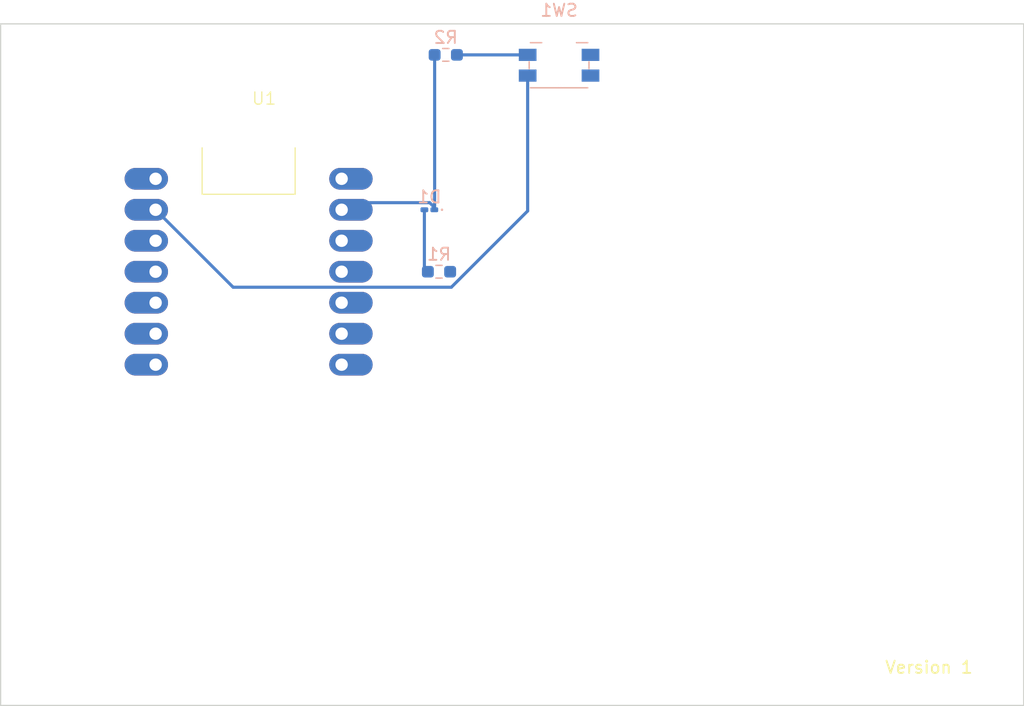
<source format=kicad_pcb>
(kicad_pcb (version 20221018) (generator pcbnew)
  (layers (0 "F.Cu" signal) (31 "B.Cu" signal) (34 "B.Paste" user) (35 "F.Paste" user) (36 "B.SilkS" user "B.Silkscreen") (37 "F.SilkS" user "F.Silkscreen") (38 "B.Mask" user) (39 "F.Mask" user) (44 "Edge.Cuts" user))
  (net 0 "")
  (net 1 "GND")
  (net 2 "Net-(D1-A)")
  (net 3 "Net-(U1-GPIO9_A10_D10_COPI)")
  (net 4 "Net-(SW1-A)")
  (net 5 "Net-(SW1-B)")
  (footprint "esp32_sense:XIAO_ESP32_SENSE" (layer "F.Cu") (at 73.66 53.34)
    (fp_text reference "U1" (at 1.27 -14.2 unlocked) (layer "F.SilkS") (effects (font (thickness 0.1))))
    (fp_text value "~")
    (fp_line (start -3.81 -10.16) (end -3.81 -6.35) (stroke (width 0.1)) (layer "F.SilkS"))
    (fp_line (start -3.81 -6.35) (end 3.81 -6.35) (stroke (width 0.1)) (layer "F.SilkS"))
    (fp_line (start 3.81 -6.35) (end 3.81 -10.16) (stroke (width 0.1)) (layer "F.SilkS"))
    (pad "1" thru_hole oval (at -7.62 -7.62) (size 3.556 1.778) (drill 1.016 (offset -0.762 0)) (layers "*.Cu" "*.Mask"))
    (pad "2" thru_hole oval (at -7.62 -5.08) (size 3.556 1.778) (drill 1.016 (offset -0.762 0)) (layers "*.Cu" "*.Mask") (net 5 "Net-(SW1-B)"))
    (pad "3" thru_hole oval (at -7.62 -2.54) (size 3.556 1.778) (drill 1.016 (offset -0.762 0)) (layers "*.Cu" "*.Mask"))
    (pad "4" thru_hole oval (at -7.62 0) (size 3.556 1.778) (drill 1.016 (offset -0.762 0)) (layers "*.Cu" "*.Mask"))
    (pad "5" thru_hole oval (at -7.62 2.54) (size 3.556 1.778) (drill 1.016 (offset -0.762 0)) (layers "*.Cu" "*.Mask"))
    (pad "6" thru_hole oval (at -7.62 5.08) (size 3.556 1.778) (drill 1.016 (offset -0.762 0)) (layers "*.Cu" "*.Mask"))
    (pad "7" thru_hole oval (at -7.62 7.62) (size 3.556 1.778) (drill 1.016 (offset -0.762 0)) (layers "*.Cu" "*.Mask"))
    (pad "8" thru_hole oval (at 7.62 -7.62) (size 3.556 1.778) (drill 1.016 (offset 0.762 0)) (layers "*.Cu" "*.Mask"))
    (pad "9" thru_hole oval (at 7.62 -5.08) (size 3.556 1.778) (drill 1.016 (offset 0.762 0)) (layers "*.Cu" "*.Mask") (net 1 "GND"))
    (pad "10" thru_hole oval (at 7.62 -2.54) (size 3.556 1.778) (drill 1.016 (offset 0.762 0)) (layers "*.Cu" "*.Mask"))
    (pad "11" thru_hole oval (at 7.62 0) (size 3.556 1.778) (drill 1.016 (offset 0.762 0)) (layers "*.Cu" "*.Mask") (net 3 "Net-(U1-GPIO9_A10_D10_COPI)"))
    (pad "12" thru_hole oval (at 7.62 2.54) (size 3.556 1.778) (drill 1.016 (offset 0.762 0)) (layers "*.Cu" "*.Mask"))
    (pad "13" thru_hole oval (at 7.62 5.08) (size 3.556 1.778) (drill 1.016 (offset 0.762 0)) (layers "*.Cu" "*.Mask"))
    (pad "14" thru_hole oval (at 7.62 7.62) (size 3.556 1.778) (drill 1.016 (offset 0.762 0)) (layers "*.Cu" "*.Mask"))
  )
  (footprint "Resistor_SMD:R_0603_1608Metric_Pad0.98x0.95mm_HandSolder" (layer "B.Cu") (at 89.2575 53.34 180)
    (fp_text reference "R1" (at 0 1.43) (layer "B.SilkS") (effects (justify mirror)))
    (fp_text value "R")
    (fp_line (start -0.254724 -0.5225) (end 0.254724 -0.5225) (stroke (width 0.12)) (layer "B.SilkS"))
    (fp_line (start -0.254724 0.5225) (end 0.254724 0.5225) (stroke (width 0.12)) (layer "B.SilkS"))
    (pad "1" smd roundrect (at -0.9125 0 180) (size 0.975 0.95) (layers "B.Cu" "B.Paste" "B.Mask") (net 3 "Net-(U1-GPIO9_A10_D10_COPI)"))
    (pad "2" smd roundrect (at 0.9125 0 180) (size 0.975 0.95) (layers "B.Cu" "B.Paste" "B.Mask") (net 2 "Net-(D1-A)"))
  )
  (footprint "LED_SMD:LED_0201_0603Metric_Pad0.64x0.40mm_HandSolder" (layer "B.Cu") (at 88.4675 48.26 180)
    (fp_text reference "D1" (at 0 1.05) (layer "B.SilkS") (effects (justify mirror)))
    (fp_text value "CQY99")
    (fp_circle (center -1.035 0) (end -0.985 0) (stroke (width 0.1)) (fill none) (layer "B.SilkS"))
    (pad "1" smd roundrect (at -0.4075 0 180) (size 0.635 0.4) (layers "B.Cu" "B.Mask") (net 1 "GND"))
    (pad "2" smd roundrect (at 0.4075 0 180) (size 0.635 0.4) (layers "B.Cu" "B.Mask") (net 2 "Net-(D1-A)"))
  )
  (footprint "Button_Switch_SMD:Panasonic_EVQPUM_EVQPUD" (layer "B.Cu") (at 99.095 36.41 180)
    (fp_text reference "SW1" (at 0 4.5) (layer "B.SilkS") (effects (justify mirror)))
    (fp_text value "SW_SPST")
    (fp_line (start -2.45 -0.275) (end -2.45 0.275) (stroke (width 0.12)) (layer "B.SilkS"))
    (fp_line (start -1.425 1.85) (end -2.35 1.85) (stroke (width 0.12)) (layer "B.SilkS"))
    (fp_line (start 2.35 -1.85) (end -2.35 -1.85) (stroke (width 0.12)) (layer "B.SilkS"))
    (fp_line (start 2.35 1.85) (end 1.425 1.85) (stroke (width 0.12)) (layer "B.SilkS"))
    (fp_line (start 2.45 -0.275) (end 2.45 0.275) (stroke (width 0.12)) (layer "B.SilkS"))
    (pad "" np_thru_hole circle (at 0 -1.375) (size 0.75 0.75) (drill 0.75) (layers "*.Cu" "*.Mask"))
    (pad "" np_thru_hole circle (at 0 1.375) (size 0.75 0.75) (drill 0.75) (layers "*.Cu" "*.Mask"))
    (pad "1" smd rect (at -2.575 0.85) (size 1.45 1) (layers "B.Cu" "B.Paste" "B.Mask") (net 4 "Net-(SW1-A)"))
    (pad "1" smd rect (at 2.575 0.85) (size 1.45 1) (layers "B.Cu" "B.Paste" "B.Mask") (net 4 "Net-(SW1-A)"))
    (pad "2" smd rect (at -2.575 -0.85) (size 1.45 1) (layers "B.Cu" "B.Paste" "B.Mask") (net 5 "Net-(SW1-B)"))
    (pad "2" smd rect (at 2.575 -0.85) (size 1.45 1) (layers "B.Cu" "B.Paste" "B.Mask") (net 5 "Net-(SW1-B)"))
  )
  (footprint "Resistor_SMD:R_0603_1608Metric_Pad0.98x0.95mm_HandSolder" (layer "B.Cu") (at 89.8125 35.56 180)
    (fp_text reference "R2" (at 0 1.43) (layer "B.SilkS") (effects (justify mirror)))
    (fp_text value "R")
    (fp_line (start -0.254724 -0.5225) (end 0.254724 -0.5225) (stroke (width 0.12)) (layer "B.SilkS"))
    (fp_line (start -0.254724 0.5225) (end 0.254724 0.5225) (stroke (width 0.12)) (layer "B.SilkS"))
    (pad "1" smd roundrect (at -0.9125 0 180) (size 0.975 0.95) (layers "B.Cu" "B.Paste" "B.Mask") (net 4 "Net-(SW1-A)"))
    (pad "2" smd roundrect (at 0.9125 0 180) (size 0.975 0.95) (layers "B.Cu" "B.Paste" "B.Mask") (net 1 "GND"))
  )
  (gr_line (start 137.16 88.9) (end 53.34 88.9) (stroke (width 0.1)) (layer "Edge.Cuts"))
  (gr_line (start 137.16 33.02) (end 137.16 88.9) (stroke (width 0.1)) (layer "Edge.Cuts"))
  (gr_line (start 53.34 33.02) (end 137.16 33.02) (stroke (width 0.1)) (layer "Edge.Cuts"))
  (gr_line (start 53.34 88.9) (end 53.34 33.02) (stroke (width 0.1)) (layer "Edge.Cuts"))
  (gr_text "Version 1" (at 125.73 86.36) (layer "F.SilkS") (effects (font (size 1 1)) (justify left bottom)))
  (segment (start 88.9 48.235) (end 88.875 48.26) (width 0.254) (layer "B.Cu") (net 1))
  (segment (start 88.875 48.26) (end 88.875 48.060001) (width 0.254) (layer "B.Cu") (net 1))
  (segment (start 88.493999 47.679) (end 81.861 47.679) (width 0.254) (layer "B.Cu") (net 1))
  (segment (start 88.875 48.060001) (end 88.493999 47.679) (width 0.254) (layer "B.Cu") (net 1))
  (segment (start 88.9 35.56) (end 88.9 48.235) (width 0.254) (layer "B.Cu") (net 1))
  (segment (start 81.861 47.679) (end 81.28 48.26) (width 0.254) (layer "B.Cu") (net 1))
  (segment (start 88.06 53.055) (end 88.345 53.34) (width 0.254) (layer "B.Cu") (net 2))
  (segment (start 88.06 48.26) (end 88.06 53.055) (width 0.254) (layer "B.Cu") (net 2))
  (segment (start 96.52 35.56) (end 90.725 35.56) (width 0.254) (layer "B.Cu") (net 4))
  (segment (start 96.52 37.26) (end 96.52 48.358772) (width 0.254) (layer "B.Cu") (net 5))
  (segment (start 96.52 48.358772) (end 90.268772 54.61) (width 0.254) (layer "B.Cu") (net 5))
  (segment (start 72.39 54.61) (end 66.04 48.26) (width 0.254) (layer "B.Cu") (net 5))
  (segment (start 90.268772 54.61) (end 72.39 54.61) (width 0.254) (layer "B.Cu") (net 5))
)
</source>
